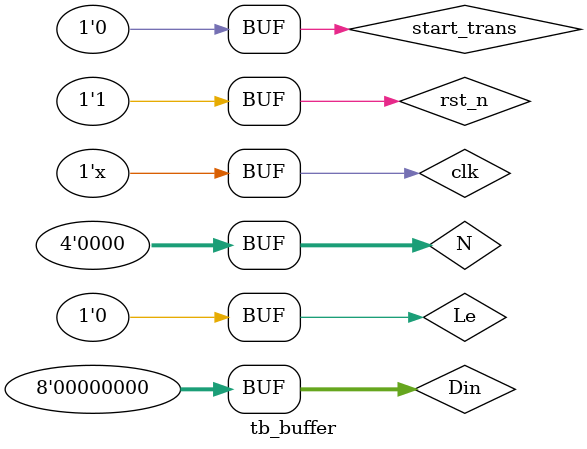
<source format=v>
`timescale 1ns / 1ps
module tb_buffer ();

reg clk;
reg rst_n;
reg Le;
reg [3:0] N;
reg [7:0] Din;
reg start_trans;

wire frame_done;

wire [7:0] data;
wire shift_two_data_send_done;
wire strobe;
wire [1:0] dataout;

ppm_frame_buffer uut (
    .clk(clk),
    .rst_n(rst_n),
    .Le(Le),
    .N(N),
    .Din(Din),
    .start_trans(start_trans),
    .shift_two_data_send_done(shift_two_data_send_done),
    .data_out(data),
    .shift_two_strobe(strobe),
    .frame_done(frame_done)
);

shift_two uut2(
    .clk(clk),
    .rst_n(rst_n),
    .data_in(data),
    .strobe(strobe),
    .data_out(dataout),
    .data_send_done(shift_two_data_send_done)
    );

initial begin
    clk = 1;
    rst_n = 0;
    Le = 0;
    N = 0;
    Din = 8'b0;
    start_trans = 0;
    #1180
    rst_n = 1;
    #590;
    // start user data
    Le = 1;
    N = 4;
    #590;
    Le = 0;
    N = 0;
    Din = 8'hc0;
    #590;
    Din = 8'haa;
    #590;
    Din = 8'hdd;
    #590;
    Din = 8'hae;
    #590;
    Din = 8'b0;
    #590;
    #590;
    #590;
    // start transmit to shift_two
    start_trans = 1;
    #590;
    start_trans = 0;
end

always begin #295 clk = ~clk; end

endmodule

</source>
